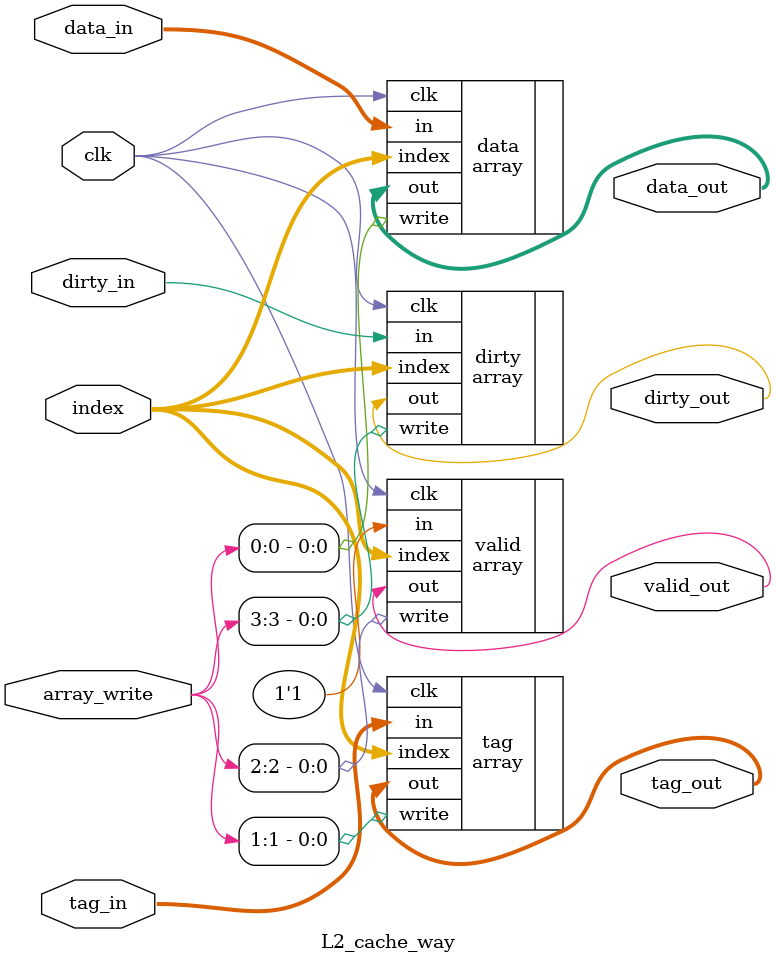
<source format=sv>
module L2_cache_way
(
		input clk, dirty_in,
		input [2:0] index,
		input [3:0] array_write,
		input [5:0] tag_in,
		input [1023:0] data_in,
		
		output valid_out, dirty_out,
		output [5:0] tag_out,
		output [1023:0] data_out		
);

array #(1024) data
(
	.clk,
	.write(array_write[0]),
	.index,
	.in(data_in),
	.out(data_out)
);

array #(6) tag
(
	.clk,
	.write(array_write[1]),
	.index,
	.in(tag_in),
	.out(tag_out)
);

array valid
(
	.clk,
	.write(array_write[2]),
	.index,
	.in(1'b1),
	.out(valid_out)
);

array dirty
(
	.clk,
	.write(array_write[3]),
	.index,
	.in(dirty_in),
	.out(dirty_out)
);


endmodule : L2_cache_way
</source>
